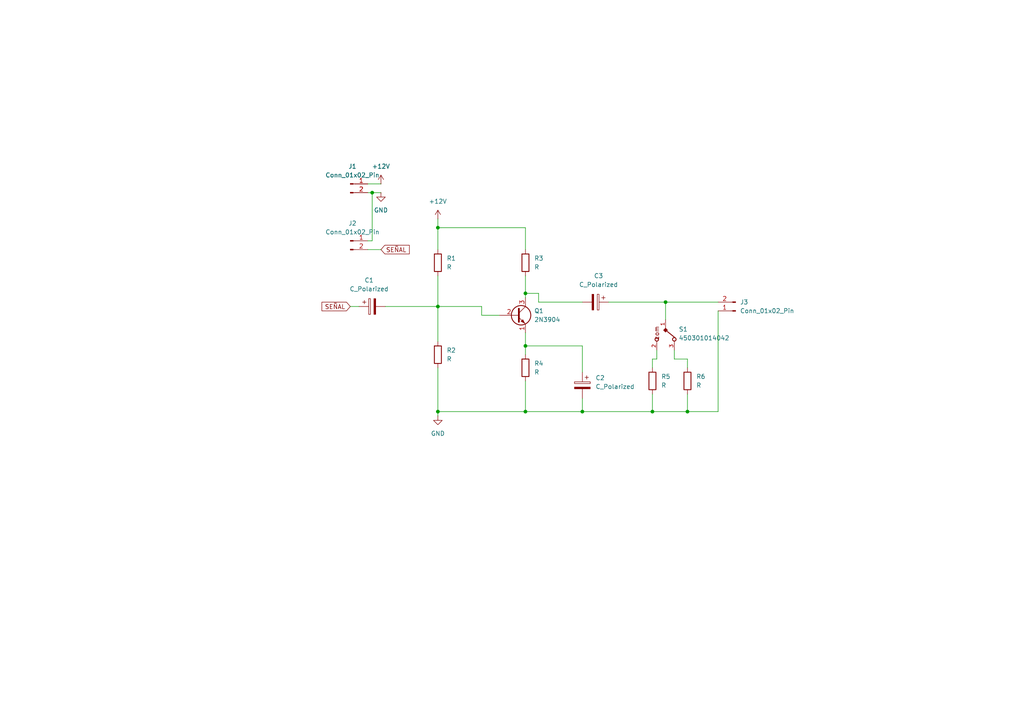
<source format=kicad_sch>
(kicad_sch (version 20231120) (generator "eeschema") (generator_version "8.0")
  (paper "A4")
  (lib_symbols
    (symbol "450301014042:450301014042" (pin_names (offset 1.016))
      (property "Reference" "S" (at 2.14 4.11 0))
      (property "Value" "450301014042" (at -1.54 -4.82 0))
      (symbol "450301014042_0_0"
        (polyline (pts (xy -0.376 0.5) (xy 1.4 2.7)) (stroke (width 0.254)))
        (polyline (pts (xy -0.762 -0.508) (xy -1.27 0) (xy -0.762 0.508) (xy -0.254 0) (xy -0.762 -0.508)) (stroke (width 0.254)) (fill (type outline)))
        (circle (center 1.905 -2.54) (radius 0.508) (stroke (width 0.254)))
        (circle (center 1.905 2.54) (radius 0.508) (stroke (width 0.254)))
        (text "com" (at -2.03 -1.8 0) (effects (font (size 1.27 1.27)) (justify left bottom)))
        (pin passive line (at -3.81 0 0) (length 2.54) (name "~") (number "1"))
        (pin passive line (at 5.08 -2.54 180) (length 2.54) (name "~") (number "2"))
        (pin passive line (at 5.08 2.54 180) (length 2.54) (name "~") (number "3"))
      )
    )
    (symbol "Connector:Conn_01x02_Pin" (pin_names (offset 1.016) hide)
      (property "Reference" "J" (at 0 2.54 0))
      (property "Value" "Conn_01x02_Pin" (at 0 -5.08 0))
      (symbol "Conn_01x02_Pin_1_1"
        (polyline (pts (xy 1.27 -2.54) (xy 0.8636 -2.54)) (stroke (width 0.1524)))
        (polyline (pts (xy 1.27 0) (xy 0.8636 0)) (stroke (width 0.1524)))
        (rectangle (start 0.8636 -2.413) (end 0 -2.667) (stroke (width 0.1524)) (fill (type outline)))
        (rectangle (start 0.8636 0.127) (end 0 -0.127) (stroke (width 0.1524)) (fill (type outline)))
        (pin passive line (at 5.08 0 180) (length 3.81) (name "Pin_1") (number "1"))
        (pin passive line (at 5.08 -2.54 180) (length 3.81) (name "Pin_2") (number "2"))
      )
    )
    (symbol "Device:C_Polarized" (pin_numbers hide) (pin_names (offset 0.254))
      (property "Reference" "C" (at 0.635 2.54 0))
      (property "Value" "C_Polarized" (at 0.635 -2.54 0))
      (symbol "C_Polarized_0_1"
        (rectangle (start -2.286 0.508) (end 2.286 1.016))
        (polyline (pts (xy -1.778 2.286) (xy -0.762 2.286)))
        (polyline (pts (xy -1.27 2.794) (xy -1.27 1.778)))
        (rectangle (start 2.286 -0.508) (end -2.286 -1.016) (fill (type outline)))
      )
      (symbol "C_Polarized_1_1"
        (pin passive line (at 0 3.81 270) (length 2.794) (name "~") (number "1"))
        (pin passive line (at 0 -3.81 90) (length 2.794) (name "~") (number "2"))
      )
    )
    (symbol "Device:R" (pin_numbers hide) (pin_names (offset 0))
      (property "Reference" "R" (at 2.032 0 90))
      (property "Value" "R" (at 0 0 90))
      (symbol "R_0_1"
        (rectangle (start -1.016 -2.54) (end 1.016 2.54) (stroke (width 0.254)))
      )
      (symbol "R_1_1"
        (pin passive line (at 0 3.81 270) (length 1.27) (name "~") (number "1"))
        (pin passive line (at 0 -3.81 90) (length 1.27) (name "~") (number "2"))
      )
    )
    (symbol "Transistor_BJT:2N3904" (pin_names (offset 0) hide)
      (property "Reference" "Q" (at 5.08 1.905 0))
      (property "Value" "2N3904" (at 5.08 0 0))
      (symbol "2N3904_0_1"
        (polyline (pts (xy 0.635 0.635) (xy 2.54 2.54)))
        (polyline (pts (xy 0.635 -0.635) (xy 2.54 -2.54) (xy 2.54 -2.54)))
        (polyline (pts (xy 0.635 1.905) (xy 0.635 -1.905) (xy 0.635 -1.905)) (stroke (width 0.508)))
        (polyline (pts (xy 1.27 -1.778) (xy 1.778 -1.27) (xy 2.286 -2.286) (xy 1.27 -1.778) (xy 1.27 -1.778)) (fill (type outline)))
        (circle (center 1.27 0) (radius 2.8194) (stroke (width 0.254)))
      )
      (symbol "2N3904_1_1"
        (pin passive line (at 2.54 -5.08 90) (length 2.54) (name "E") (number "1"))
        (pin passive line (at -5.08 0 0) (length 5.715) (name "B") (number "2"))
        (pin passive line (at 2.54 5.08 270) (length 2.54) (name "C") (number "3"))
      )
    )
    (symbol "power:+12V" (power) (pin_numbers hide) (pin_names (offset 0) hide)
      (property "Value" "+12V" (at 0 3.556 0))
      (symbol "+12V_0_1"
        (polyline (pts (xy -0.762 1.27) (xy 0 2.54)))
        (polyline (pts (xy 0 0) (xy 0 2.54)))
        (polyline (pts (xy 0 2.54) (xy 0.762 1.27)))
      )
      (symbol "+12V_1_1"
        (pin power_in line (at 0 0 90) (length 0) (name "~") (number "1"))
      )
    )
    (symbol "power:GND" (power) (pin_numbers hide) (pin_names (offset 0) hide)
      (property "Value" "GND" (at 0 -3.81 0))
      (symbol "GND_0_1"
        (polyline (pts (xy 0 0) (xy 0 -1.27) (xy 1.27 -1.27) (xy 0 -2.54) (xy -1.27 -1.27) (xy 0 -1.27)))
      )
      (symbol "GND_1_1"
        (pin power_in line (at 0 0 270) (length 0) (name "~") (number "1"))
      )
    )
  )
  (junction (at 199.39 119.38))
  (junction (at 152.4 119.38))
  (junction (at 168.91 119.38))
  (junction (at 193.04 87.63))
  (junction (at 152.4 85.09))
  (junction (at 107.95 55.88))
  (junction (at 127 119.38))
  (junction (at 127 88.9))
  (junction (at 152.4 100.33))
  (junction (at 127 66.04))
  (junction (at 189.23 119.38))
  (wire (pts (xy 168.91 115.57) (xy 168.91 119.38)))
  (wire (pts (xy 106.68 55.88) (xy 107.95 55.88)))
  (wire (pts (xy 156.21 85.09) (xy 152.4 85.09)))
  (wire (pts (xy 127 119.38) (xy 127 120.65)))
  (wire (pts (xy 152.4 110.49) (xy 152.4 119.38)))
  (wire (pts (xy 127 88.9) (xy 139.7 88.9)))
  (wire (pts (xy 127 106.68) (xy 127 119.38)))
  (wire (pts (xy 176.53 87.63) (xy 193.04 87.63)))
  (wire (pts (xy 111.76 88.9) (xy 127 88.9)))
  (wire (pts (xy 152.4 100.33) (xy 152.4 102.87)))
  (wire (pts (xy 107.95 69.85) (xy 107.95 55.88)))
  (wire (pts (xy 110.49 72.39) (xy 106.68 72.39)))
  (wire (pts (xy 152.4 85.09) (xy 152.4 86.36)))
  (wire (pts (xy 127 88.9) (xy 127 99.06)))
  (wire (pts (xy 208.28 119.38) (xy 199.39 119.38)))
  (wire (pts (xy 189.23 119.38) (xy 168.91 119.38)))
  (wire (pts (xy 193.04 87.63) (xy 208.28 87.63)))
  (wire (pts (xy 101.6 88.9) (xy 104.14 88.9)))
  (wire (pts (xy 127 66.04) (xy 152.4 66.04)))
  (wire (pts (xy 139.7 88.9) (xy 139.7 91.44)))
  (wire (pts (xy 190.5 101.6) (xy 190.5 104.14)))
  (wire (pts (xy 168.91 100.33) (xy 168.91 107.95)))
  (wire (pts (xy 168.91 100.33) (xy 152.4 100.33)))
  (wire (pts (xy 195.58 104.14) (xy 199.39 104.14)))
  (wire (pts (xy 199.39 104.14) (xy 199.39 106.68)))
  (wire (pts (xy 106.68 53.34) (xy 110.49 53.34)))
  (wire (pts (xy 152.4 66.04) (xy 152.4 72.39)))
  (wire (pts (xy 152.4 80.01) (xy 152.4 85.09)))
  (wire (pts (xy 168.91 87.63) (xy 156.21 87.63)))
  (wire (pts (xy 189.23 104.14) (xy 190.5 104.14)))
  (wire (pts (xy 127 80.01) (xy 127 88.9)))
  (wire (pts (xy 152.4 96.52) (xy 152.4 100.33)))
  (wire (pts (xy 189.23 106.68) (xy 189.23 104.14)))
  (wire (pts (xy 168.91 119.38) (xy 152.4 119.38)))
  (wire (pts (xy 156.21 87.63) (xy 156.21 85.09)))
  (wire (pts (xy 152.4 119.38) (xy 127 119.38)))
  (wire (pts (xy 208.28 90.17) (xy 208.28 119.38)))
  (wire (pts (xy 107.95 55.88) (xy 110.49 55.88)))
  (wire (pts (xy 199.39 114.3) (xy 199.39 119.38)))
  (wire (pts (xy 193.04 92.71) (xy 193.04 87.63)))
  (wire (pts (xy 199.39 119.38) (xy 189.23 119.38)))
  (wire (pts (xy 127 72.39) (xy 127 66.04)))
  (wire (pts (xy 127 63.5) (xy 127 66.04)))
  (wire (pts (xy 139.7 91.44) (xy 144.78 91.44)))
  (wire (pts (xy 195.58 101.6) (xy 195.58 104.14)))
  (wire (pts (xy 189.23 114.3) (xy 189.23 119.38)))
  (wire (pts (xy 106.68 69.85) (xy 107.95 69.85)))
  (global_label "SEÑAL" (shape input) (at 101.6 88.9 180) (property "Intersheetrefs" "${INTERSHEET_REFS}" (effects (hide yes))))
  (global_label "SEÑAL" (shape input) (at 110.49 72.39 0) (property "Intersheetrefs" "${INTERSHEET_REFS}" (effects (hide yes))))
  (symbol (lib_id "Connector:Conn_01x02_Pin") (at 213.36 90.17 180) (unit 1)
    (property "Reference" "J3" (at 214.63 87.6299 0) (effects (justify right)))
    (property "Value" "Conn_01x02_Pin" (at 214.63 90.1699 0) (effects (justify right)))
    (property "Footprint" "Connector_PinHeader_2.54mm:PinHeader_1x02_P2.54mm_Vertical" (effects (hide yes)))
    (property "Description" "Generic connector, single row, 01x02, script generated" (effects (hide yes)))
  )
  (symbol (lib_id "Device:C_Polarized") (at 172.72 87.63 270) (unit 1)
    (property "Reference" "C3" (at 173.609 80.01 90))
    (property "Value" "C_Polarized" (at 173.609 82.55 90))
    (property "Footprint" "Capacitor_THT:CP_Radial_D6.3mm_P2.50mm" (effects (hide yes)))
    (property "Description" "Polarized capacitor" (effects (hide yes)))
  )
  (symbol (lib_id "Device:R") (at 152.4 76.2 0) (unit 1)
    (property "Reference" "R3" (at 154.94 74.9299 0) (effects (justify left)))
    (property "Value" "R" (at 154.94 77.4699 0) (effects (justify left)))
    (property "Footprint" "Resistor_THT:R_Axial_DIN0207_L6.3mm_D2.5mm_P10.16mm_Horizontal" (effects (hide yes)))
    (property "Description" "Resistor" (effects (hide yes)))
  )
  (symbol (lib_id "power:+12V") (at 127 63.5 0) (unit 1)
    (property "Reference" "#PWR02" (effects (hide yes)))
    (property "Value" "+12V" (at 127 58.42 0))
    (property "Description" "Power symbol creates a global label with name \"+12V\"" (effects (hide yes)))
  )
  (symbol (lib_id "Connector:Conn_01x02_Pin") (at 101.6 69.85 0) (unit 1)
    (property "Reference" "J2" (at 102.235 64.77 0))
    (property "Value" "Conn_01x02_Pin" (at 102.235 67.31 0))
    (property "Footprint" "Connector_PinHeader_2.54mm:PinHeader_1x02_P2.54mm_Vertical" (effects (hide yes)))
    (property "Description" "Generic connector, single row, 01x02, script generated" (effects (hide yes)))
  )
  (symbol (lib_id "Device:R") (at 127 102.87 0) (unit 1)
    (property "Reference" "R2" (at 129.54 101.5999 0) (effects (justify left)))
    (property "Value" "R" (at 129.54 104.1399 0) (effects (justify left)))
    (property "Footprint" "Resistor_THT:R_Axial_DIN0207_L6.3mm_D2.5mm_P10.16mm_Horizontal" (effects (hide yes)))
    (property "Description" "Resistor" (effects (hide yes)))
  )
  (symbol (lib_id "Device:C_Polarized") (at 168.91 111.76 0) (mirror y) (unit 1)
    (property "Reference" "C2" (at 172.72 109.6009 0) (effects (justify right)))
    (property "Value" "C_Polarized" (at 172.72 112.1409 0) (effects (justify right)))
    (property "Footprint" "Capacitor_THT:CP_Radial_D6.3mm_P2.50mm" (effects (hide yes)))
    (property "Description" "Polarized capacitor" (effects (hide yes)))
  )
  (symbol (lib_id "power:GND") (at 110.49 55.88 0) (unit 1)
    (property "Reference" "#PWR04" (effects (hide yes)))
    (property "Value" "GND" (at 110.49 60.96 0))
    (property "Description" "Power symbol creates a global label with name \"GND\" , ground" (effects (hide yes)))
  )
  (symbol (lib_id "Device:C_Polarized") (at 107.95 88.9 90) (mirror x) (unit 1)
    (property "Reference" "C1" (at 107.061 81.28 90))
    (property "Value" "C_Polarized" (at 107.061 83.82 90))
    (property "Footprint" "Capacitor_THT:CP_Radial_D6.3mm_P2.50mm" (effects (hide yes)))
    (property "Description" "Polarized capacitor" (effects (hide yes)))
  )
  (symbol (lib_id "power:GND") (at 127 120.65 0) (unit 1)
    (property "Reference" "#PWR01" (effects (hide yes)))
    (property "Value" "GND" (at 127 125.73 0))
    (property "Description" "Power symbol creates a global label with name \"GND\" , ground" (effects (hide yes)))
  )
  (symbol (lib_id "Device:R") (at 189.23 110.49 0) (unit 1)
    (property "Reference" "R5" (at 191.77 109.2199 0) (effects (justify left)))
    (property "Value" "R" (at 191.77 111.7599 0) (effects (justify left)))
    (property "Footprint" "Resistor_THT:R_Axial_DIN0207_L6.3mm_D2.5mm_P10.16mm_Horizontal" (effects (hide yes)))
    (property "Description" "Resistor" (effects (hide yes)))
  )
  (symbol (lib_id "power:+12V") (at 110.49 53.34 0) (unit 1)
    (property "Reference" "#PWR03" (effects (hide yes)))
    (property "Value" "+12V" (at 110.49 48.26 0))
    (property "Description" "Power symbol creates a global label with name \"+12V\"" (effects (hide yes)))
  )
  (symbol (lib_id "Device:R") (at 127 76.2 0) (unit 1)
    (property "Reference" "R1" (at 129.54 74.9299 0) (effects (justify left)))
    (property "Value" "R" (at 129.54 77.4699 0) (effects (justify left)))
    (property "Footprint" "Resistor_THT:R_Axial_DIN0207_L6.3mm_D2.5mm_P10.16mm_Horizontal" (effects (hide yes)))
    (property "Description" "Resistor" (effects (hide yes)))
  )
  (symbol (lib_id "Device:R") (at 199.39 110.49 0) (unit 1)
    (property "Reference" "R6" (at 201.93 109.2199 0) (effects (justify left)))
    (property "Value" "R" (at 201.93 111.7599 0) (effects (justify left)))
    (property "Footprint" "Resistor_THT:R_Axial_DIN0207_L6.3mm_D2.5mm_P10.16mm_Horizontal" (effects (hide yes)))
    (property "Description" "Resistor" (effects (hide yes)))
  )
  (symbol (lib_id "Device:R") (at 152.4 106.68 0) (unit 1)
    (property "Reference" "R4" (at 154.94 105.4099 0) (effects (justify left)))
    (property "Value" "R" (at 154.94 107.9499 0) (effects (justify left)))
    (property "Footprint" "Resistor_THT:R_Axial_DIN0207_L6.3mm_D2.5mm_P10.16mm_Horizontal" (effects (hide yes)))
    (property "Description" "Resistor" (effects (hide yes)))
  )
  (symbol (lib_id "450301014042:450301014042") (at 193.04 96.52 270) (unit 1)
    (property "Reference" "S1" (at 196.85 95.5049 90) (effects (justify left)))
    (property "Value" "450301014042" (at 196.85 98.0449 90) (effects (justify left)))
    (property "Footprint" "450301014042:450301014042" (effects (hide yes)))
    (property "MF" "Würth Elektronik" (effects (hide yes)))
    (property "Description_1" "\nSlide Switch SPDT Through Hole\n" (effects (hide yes)))
    (property "Package" "None" (effects (hide yes)))
    (property "Price" "None" (effects (hide yes)))
    (property "QTY" "200" (effects (hide yes)))
    (property "PACKAGING" "Bulk" (effects (hide yes)))
    (property "SnapEDA_Link" "https://www.snapeda.com/parts/450301014042/Wurth+Elektronik/view-part/?ref=snap" (effects (hide yes)))
    (property "DATASHEET-URL" "https://www.we-online.com/catalog/datasheet/450301014042.pdf" (effects (hide yes)))
    (property "MP" "450301014042" (effects (hide yes)))
    (property "Purchase-URL" "https://www.snapeda.com/api/url_track_click_mouser/?unipart_id=5001926&manufacturer=Würth Elektronik&part_name=450301014042&search_term=slide switch" (effects (hide yes)))
    (property "PART-NUMBER" "450301014042" (effects (hide yes)))
    (property "Availability" "In Stock" (effects (hide yes)))
    (property "Check_prices" "https://www.snapeda.com/parts/450301014042/Wurth+Elektronik/view-part/?ref=eda" (effects (hide yes)))
  )
  (symbol (lib_id "Transistor_BJT:2N3904") (at 149.86 91.44 0) (unit 1)
    (property "Reference" "Q1" (at 154.94 90.1699 0) (effects (justify left)))
    (property "Value" "2N3904" (at 154.94 92.7099 0) (effects (justify left)))
    (property "Footprint" "Package_TO_SOT_THT:TO-92_Inline" (effects (hide yes)))
    (property "Datasheet" "https://www.onsemi.com/pub/Collateral/2N3903-D.PDF" (effects (hide yes)))
    (property "Description" "0.2A Ic, 40V Vce, Small Signal NPN Transistor, TO-92" (effects (hide yes)))
  )
  (symbol (lib_id "Connector:Conn_01x02_Pin") (at 101.6 53.34 0) (unit 1)
    (property "Reference" "J1" (at 102.235 48.26 0))
    (property "Value" "Conn_01x02_Pin" (at 102.235 50.8 0))
    (property "Footprint" "Connector_PinHeader_2.54mm:PinHeader_1x02_P2.54mm_Vertical" (effects (hide yes)))
    (property "Description" "Generic connector, single row, 01x02, script generated" (effects (hide yes)))
  )
)
</source>
